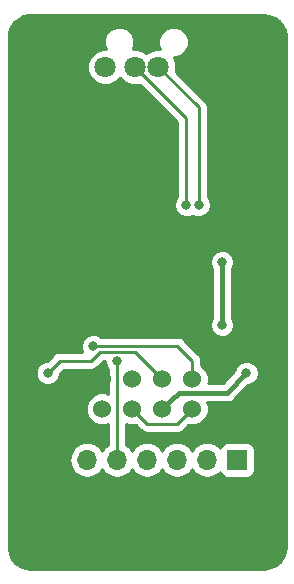
<source format=gbr>
G04 #@! TF.GenerationSoftware,KiCad,Pcbnew,(5.0.0)*
G04 #@! TF.CreationDate,2018-12-19T13:36:55-06:00*
G04 #@! TF.ProjectId,ESP-01_Flasher_Hardware,4553502D30315F466C61736865725F48,rev?*
G04 #@! TF.SameCoordinates,Original*
G04 #@! TF.FileFunction,Copper,L2,Bot,Signal*
G04 #@! TF.FilePolarity,Positive*
%FSLAX46Y46*%
G04 Gerber Fmt 4.6, Leading zero omitted, Abs format (unit mm)*
G04 Created by KiCad (PCBNEW (5.0.0)) date 12/19/18 13:36:55*
%MOMM*%
%LPD*%
G01*
G04 APERTURE LIST*
G04 #@! TA.AperFunction,ComponentPad*
%ADD10R,1.700000X1.700000*%
G04 #@! TD*
G04 #@! TA.AperFunction,ComponentPad*
%ADD11O,1.700000X1.700000*%
G04 #@! TD*
G04 #@! TA.AperFunction,ComponentPad*
%ADD12C,1.800000*%
G04 #@! TD*
G04 #@! TA.AperFunction,ComponentPad*
%ADD13O,2.000000X4.000000*%
G04 #@! TD*
G04 #@! TA.AperFunction,ComponentPad*
%ADD14C,1.524000*%
G04 #@! TD*
G04 #@! TA.AperFunction,ViaPad*
%ADD15C,0.800000*%
G04 #@! TD*
G04 #@! TA.AperFunction,Conductor*
%ADD16C,0.381000*%
G04 #@! TD*
G04 #@! TA.AperFunction,Conductor*
%ADD17C,0.254000*%
G04 #@! TD*
G04 APERTURE END LIST*
D10*
G04 #@! TO.P,J1,1*
G04 #@! TO.N,+5V*
X122936000Y-91694000D03*
D11*
G04 #@! TO.P,J1,2*
G04 #@! TO.N,+3V3*
X120396000Y-91694000D03*
G04 #@! TO.P,J1,3*
G04 #@! TO.N,FT_Rx*
X117856000Y-91694000D03*
G04 #@! TO.P,J1,4*
G04 #@! TO.N,FT_Tx*
X115316000Y-91694000D03*
G04 #@! TO.P,J1,5*
G04 #@! TO.N,RTS*
X112776000Y-91694000D03*
G04 #@! TO.P,J1,6*
G04 #@! TO.N,DTR*
X110236000Y-91694000D03*
G04 #@! TO.P,J1,7*
G04 #@! TO.N,GND*
X107696000Y-91694000D03*
G04 #@! TD*
D12*
G04 #@! TO.P,J2,4*
G04 #@! TO.N,GND*
X118760000Y-58420000D03*
G04 #@! TO.P,J2,3*
G04 #@! TO.N,D+*
X116260000Y-58420000D03*
G04 #@! TO.P,J2,1*
G04 #@! TO.N,+5V*
X111760000Y-58420000D03*
G04 #@! TO.P,J2,2*
G04 #@! TO.N,D-*
X114260000Y-58420000D03*
D13*
G04 #@! TO.P,J2,5*
G04 #@! TO.N,GND*
X109410000Y-56290000D03*
X121110000Y-56290000D03*
G04 #@! TD*
D14*
G04 #@! TO.P,U1,8*
G04 #@! TO.N,+3V3*
X119126000Y-87376000D03*
G04 #@! TO.P,U1,7*
G04 #@! TO.N,FT_Tx*
X119126000Y-84836000D03*
G04 #@! TO.P,U1,6*
G04 #@! TO.N,Rst*
X116586000Y-87376000D03*
G04 #@! TO.P,U1,5*
G04 #@! TO.N,Flash*
X116586000Y-84836000D03*
G04 #@! TO.P,U1,4*
G04 #@! TO.N,+3V3*
X114046000Y-87376000D03*
G04 #@! TO.P,U1,3*
G04 #@! TO.N,N/C*
X114046000Y-84836000D03*
G04 #@! TO.P,U1,2*
G04 #@! TO.N,FT_Rx*
X111506000Y-87376000D03*
G04 #@! TO.P,U1,1*
G04 #@! TO.N,GND*
X111506000Y-84836000D03*
G04 #@! TD*
D15*
G04 #@! TO.N,+3V3*
X121666000Y-74930000D03*
X121666000Y-80264000D03*
G04 #@! TO.N,GND*
X115570000Y-75438000D03*
X115570000Y-77470000D03*
X111506000Y-64516000D03*
X106426000Y-72136000D03*
X108966000Y-87376000D03*
G04 #@! TO.N,FT_Tx*
X110744000Y-82042000D03*
G04 #@! TO.N,RTS*
X112776000Y-83312000D03*
G04 #@! TO.N,D+*
X119668003Y-70104000D03*
G04 #@! TO.N,D-*
X118618000Y-70104000D03*
G04 #@! TO.N,Rst*
X123722000Y-84328000D03*
G04 #@! TO.N,Flash*
X106910000Y-84328000D03*
G04 #@! TD*
D16*
G04 #@! TO.N,+3V3*
X121666000Y-80264000D02*
X121666000Y-74930000D01*
D17*
X114807999Y-88137999D02*
X114046000Y-87376000D01*
X115316000Y-88646000D02*
X114807999Y-88137999D01*
X117856000Y-88646000D02*
X115316000Y-88646000D01*
X119126000Y-87376000D02*
X117856000Y-88646000D01*
G04 #@! TO.N,GND*
X115570000Y-75438000D02*
X115570000Y-77470000D01*
G04 #@! TO.N,FT_Tx*
X119126000Y-83312000D02*
X119126000Y-84836000D01*
X110744000Y-82042000D02*
X117856000Y-82042000D01*
X117856000Y-82042000D02*
X119126000Y-83312000D01*
G04 #@! TO.N,RTS*
X112776000Y-83312000D02*
X112776000Y-91694000D01*
G04 #@! TO.N,D+*
X119668003Y-61828003D02*
X116260000Y-58420000D01*
X119668003Y-70104000D02*
X119668003Y-61828003D01*
G04 #@! TO.N,D-*
X118618000Y-62778000D02*
X114260000Y-58420000D01*
X118618000Y-70104000D02*
X118618000Y-62778000D01*
D16*
G04 #@! TO.N,Rst*
X117347999Y-86614001D02*
X116586000Y-87376000D01*
X117973499Y-85988501D02*
X117347999Y-86614001D01*
X122061499Y-85988501D02*
X117973499Y-85988501D01*
X123722000Y-84328000D02*
X122061499Y-85988501D01*
D17*
G04 #@! TO.N,Flash*
X107926000Y-83312000D02*
X106910000Y-84328000D01*
X110549962Y-83312000D02*
X107926000Y-83312000D01*
X111311962Y-82550000D02*
X110549962Y-83312000D01*
X116586000Y-84836000D02*
X114300000Y-82550000D01*
X114300000Y-82550000D02*
X111311962Y-82550000D01*
G04 #@! TD*
G04 #@! TO.N,GND*
G36*
X125675698Y-54112958D02*
X126100893Y-54281305D01*
X126470858Y-54550101D01*
X126762356Y-54902462D01*
X126957067Y-55316244D01*
X127049093Y-55798662D01*
X127052000Y-55891164D01*
X127052001Y-99015326D01*
X126989042Y-99513699D01*
X126820697Y-99938889D01*
X126551899Y-100308859D01*
X126199541Y-100600355D01*
X125785756Y-100795067D01*
X125303339Y-100887093D01*
X125210836Y-100890000D01*
X105454667Y-100890000D01*
X104956301Y-100827042D01*
X104531111Y-100658697D01*
X104161141Y-100389899D01*
X103869645Y-100037541D01*
X103674933Y-99623756D01*
X103582907Y-99141339D01*
X103580000Y-99048836D01*
X103580000Y-84122126D01*
X105875000Y-84122126D01*
X105875000Y-84533874D01*
X106032569Y-84914280D01*
X106323720Y-85205431D01*
X106704126Y-85363000D01*
X107115874Y-85363000D01*
X107496280Y-85205431D01*
X107787431Y-84914280D01*
X107945000Y-84533874D01*
X107945000Y-84370630D01*
X108241631Y-84074000D01*
X110474919Y-84074000D01*
X110549962Y-84088927D01*
X110625005Y-84074000D01*
X110625010Y-84074000D01*
X110847279Y-84029788D01*
X111099333Y-83861371D01*
X111141845Y-83797747D01*
X111627593Y-83312000D01*
X111741000Y-83312000D01*
X111741000Y-83517874D01*
X111898569Y-83898280D01*
X112014000Y-84013711D01*
X112014000Y-86074318D01*
X111783881Y-85979000D01*
X111228119Y-85979000D01*
X110714663Y-86191680D01*
X110321680Y-86584663D01*
X110109000Y-87098119D01*
X110109000Y-87653881D01*
X110321680Y-88167337D01*
X110714663Y-88560320D01*
X111228119Y-88773000D01*
X111783881Y-88773000D01*
X112014001Y-88677682D01*
X112014001Y-90417158D01*
X111705375Y-90623375D01*
X111506000Y-90921761D01*
X111306625Y-90623375D01*
X110815418Y-90295161D01*
X110382256Y-90209000D01*
X110089744Y-90209000D01*
X109656582Y-90295161D01*
X109165375Y-90623375D01*
X108837161Y-91114582D01*
X108721908Y-91694000D01*
X108837161Y-92273418D01*
X109165375Y-92764625D01*
X109656582Y-93092839D01*
X110089744Y-93179000D01*
X110382256Y-93179000D01*
X110815418Y-93092839D01*
X111306625Y-92764625D01*
X111506000Y-92466239D01*
X111705375Y-92764625D01*
X112196582Y-93092839D01*
X112629744Y-93179000D01*
X112922256Y-93179000D01*
X113355418Y-93092839D01*
X113846625Y-92764625D01*
X114046000Y-92466239D01*
X114245375Y-92764625D01*
X114736582Y-93092839D01*
X115169744Y-93179000D01*
X115462256Y-93179000D01*
X115895418Y-93092839D01*
X116386625Y-92764625D01*
X116586000Y-92466239D01*
X116785375Y-92764625D01*
X117276582Y-93092839D01*
X117709744Y-93179000D01*
X118002256Y-93179000D01*
X118435418Y-93092839D01*
X118926625Y-92764625D01*
X119126000Y-92466239D01*
X119325375Y-92764625D01*
X119816582Y-93092839D01*
X120249744Y-93179000D01*
X120542256Y-93179000D01*
X120975418Y-93092839D01*
X121466625Y-92764625D01*
X121478816Y-92746381D01*
X121487843Y-92791765D01*
X121628191Y-93001809D01*
X121838235Y-93142157D01*
X122086000Y-93191440D01*
X123786000Y-93191440D01*
X124033765Y-93142157D01*
X124243809Y-93001809D01*
X124384157Y-92791765D01*
X124433440Y-92544000D01*
X124433440Y-90844000D01*
X124384157Y-90596235D01*
X124243809Y-90386191D01*
X124033765Y-90245843D01*
X123786000Y-90196560D01*
X122086000Y-90196560D01*
X121838235Y-90245843D01*
X121628191Y-90386191D01*
X121487843Y-90596235D01*
X121478816Y-90641619D01*
X121466625Y-90623375D01*
X120975418Y-90295161D01*
X120542256Y-90209000D01*
X120249744Y-90209000D01*
X119816582Y-90295161D01*
X119325375Y-90623375D01*
X119126000Y-90921761D01*
X118926625Y-90623375D01*
X118435418Y-90295161D01*
X118002256Y-90209000D01*
X117709744Y-90209000D01*
X117276582Y-90295161D01*
X116785375Y-90623375D01*
X116586000Y-90921761D01*
X116386625Y-90623375D01*
X115895418Y-90295161D01*
X115462256Y-90209000D01*
X115169744Y-90209000D01*
X114736582Y-90295161D01*
X114245375Y-90623375D01*
X114046000Y-90921761D01*
X113846625Y-90623375D01*
X113538000Y-90417158D01*
X113538000Y-88677682D01*
X113768119Y-88773000D01*
X114323881Y-88773000D01*
X114353218Y-88760848D01*
X114724118Y-89131749D01*
X114766629Y-89195371D01*
X115018683Y-89363788D01*
X115240952Y-89408000D01*
X115240957Y-89408000D01*
X115316000Y-89422927D01*
X115391043Y-89408000D01*
X117780957Y-89408000D01*
X117856000Y-89422927D01*
X117931043Y-89408000D01*
X117931048Y-89408000D01*
X118153317Y-89363788D01*
X118405371Y-89195371D01*
X118447883Y-89131747D01*
X118818782Y-88760848D01*
X118848119Y-88773000D01*
X119403881Y-88773000D01*
X119917337Y-88560320D01*
X120310320Y-88167337D01*
X120523000Y-87653881D01*
X120523000Y-87098119D01*
X120405315Y-86814001D01*
X121980198Y-86814001D01*
X122061499Y-86830173D01*
X122142800Y-86814001D01*
X122142802Y-86814001D01*
X122383593Y-86766105D01*
X122656651Y-86583653D01*
X122702708Y-86514724D01*
X123854433Y-85363000D01*
X123927874Y-85363000D01*
X124308280Y-85205431D01*
X124599431Y-84914280D01*
X124757000Y-84533874D01*
X124757000Y-84122126D01*
X124599431Y-83741720D01*
X124308280Y-83450569D01*
X123927874Y-83293000D01*
X123516126Y-83293000D01*
X123135720Y-83450569D01*
X122844569Y-83741720D01*
X122687000Y-84122126D01*
X122687000Y-84195567D01*
X121719567Y-85163001D01*
X120502654Y-85163001D01*
X120523000Y-85113881D01*
X120523000Y-84558119D01*
X120310320Y-84044663D01*
X119917337Y-83651680D01*
X119888000Y-83639528D01*
X119888000Y-83387042D01*
X119902927Y-83311999D01*
X119888000Y-83236956D01*
X119888000Y-83236952D01*
X119843788Y-83014683D01*
X119731959Y-82847318D01*
X119717882Y-82826251D01*
X119675371Y-82762629D01*
X119611749Y-82720118D01*
X118447883Y-81556253D01*
X118405371Y-81492629D01*
X118153317Y-81324212D01*
X117931048Y-81280000D01*
X117931043Y-81280000D01*
X117856000Y-81265073D01*
X117780957Y-81280000D01*
X111445711Y-81280000D01*
X111330280Y-81164569D01*
X110949874Y-81007000D01*
X110538126Y-81007000D01*
X110157720Y-81164569D01*
X109866569Y-81455720D01*
X109709000Y-81836126D01*
X109709000Y-82247874D01*
X109834144Y-82550000D01*
X108001043Y-82550000D01*
X107926000Y-82535073D01*
X107850957Y-82550000D01*
X107850952Y-82550000D01*
X107628683Y-82594212D01*
X107376629Y-82762629D01*
X107334118Y-82826251D01*
X106867370Y-83293000D01*
X106704126Y-83293000D01*
X106323720Y-83450569D01*
X106032569Y-83741720D01*
X105875000Y-84122126D01*
X103580000Y-84122126D01*
X103580000Y-74724126D01*
X120631000Y-74724126D01*
X120631000Y-75135874D01*
X120788569Y-75516280D01*
X120840501Y-75568212D01*
X120840500Y-79625789D01*
X120788569Y-79677720D01*
X120631000Y-80058126D01*
X120631000Y-80469874D01*
X120788569Y-80850280D01*
X121079720Y-81141431D01*
X121460126Y-81299000D01*
X121871874Y-81299000D01*
X122252280Y-81141431D01*
X122543431Y-80850280D01*
X122701000Y-80469874D01*
X122701000Y-80058126D01*
X122543431Y-79677720D01*
X122491500Y-79625789D01*
X122491500Y-75568211D01*
X122543431Y-75516280D01*
X122701000Y-75135874D01*
X122701000Y-74724126D01*
X122543431Y-74343720D01*
X122252280Y-74052569D01*
X121871874Y-73895000D01*
X121460126Y-73895000D01*
X121079720Y-74052569D01*
X120788569Y-74343720D01*
X120631000Y-74724126D01*
X103580000Y-74724126D01*
X103580000Y-58114670D01*
X110225000Y-58114670D01*
X110225000Y-58725330D01*
X110458690Y-59289507D01*
X110890493Y-59721310D01*
X111454670Y-59955000D01*
X112065330Y-59955000D01*
X112629507Y-59721310D01*
X113010000Y-59340817D01*
X113390493Y-59721310D01*
X113954670Y-59955000D01*
X114565330Y-59955000D01*
X114672838Y-59910469D01*
X117856001Y-63093632D01*
X117856000Y-69402289D01*
X117740569Y-69517720D01*
X117583000Y-69898126D01*
X117583000Y-70309874D01*
X117740569Y-70690280D01*
X118031720Y-70981431D01*
X118412126Y-71139000D01*
X118823874Y-71139000D01*
X119143002Y-71006813D01*
X119462129Y-71139000D01*
X119873877Y-71139000D01*
X120254283Y-70981431D01*
X120545434Y-70690280D01*
X120703003Y-70309874D01*
X120703003Y-69898126D01*
X120545434Y-69517720D01*
X120430003Y-69402289D01*
X120430003Y-61903045D01*
X120444930Y-61828002D01*
X120430003Y-61752959D01*
X120430003Y-61752955D01*
X120385791Y-61530686D01*
X120217374Y-61278632D01*
X120153752Y-61236121D01*
X117750469Y-58832838D01*
X117795000Y-58725330D01*
X117795000Y-58114670D01*
X117571461Y-57575000D01*
X117815602Y-57575000D01*
X118287894Y-57379371D01*
X118649371Y-57017894D01*
X118845000Y-56545602D01*
X118845000Y-56034398D01*
X118649371Y-55562106D01*
X118287894Y-55200629D01*
X117815602Y-55005000D01*
X117304398Y-55005000D01*
X116832106Y-55200629D01*
X116470629Y-55562106D01*
X116275000Y-56034398D01*
X116275000Y-56545602D01*
X116415583Y-56885000D01*
X115954670Y-56885000D01*
X115390493Y-57118690D01*
X115260000Y-57249183D01*
X115129507Y-57118690D01*
X114565330Y-56885000D01*
X114104417Y-56885000D01*
X114245000Y-56545602D01*
X114245000Y-56034398D01*
X114049371Y-55562106D01*
X113687894Y-55200629D01*
X113215602Y-55005000D01*
X112704398Y-55005000D01*
X112232106Y-55200629D01*
X111870629Y-55562106D01*
X111675000Y-56034398D01*
X111675000Y-56545602D01*
X111815583Y-56885000D01*
X111454670Y-56885000D01*
X110890493Y-57118690D01*
X110458690Y-57550493D01*
X110225000Y-58114670D01*
X103580000Y-58114670D01*
X103580000Y-55924666D01*
X103642958Y-55426302D01*
X103811305Y-55001107D01*
X104080101Y-54631142D01*
X104432462Y-54339644D01*
X104846244Y-54144933D01*
X105328662Y-54052907D01*
X105421164Y-54050000D01*
X125177334Y-54050000D01*
X125675698Y-54112958D01*
X125675698Y-54112958D01*
G37*
X125675698Y-54112958D02*
X126100893Y-54281305D01*
X126470858Y-54550101D01*
X126762356Y-54902462D01*
X126957067Y-55316244D01*
X127049093Y-55798662D01*
X127052000Y-55891164D01*
X127052001Y-99015326D01*
X126989042Y-99513699D01*
X126820697Y-99938889D01*
X126551899Y-100308859D01*
X126199541Y-100600355D01*
X125785756Y-100795067D01*
X125303339Y-100887093D01*
X125210836Y-100890000D01*
X105454667Y-100890000D01*
X104956301Y-100827042D01*
X104531111Y-100658697D01*
X104161141Y-100389899D01*
X103869645Y-100037541D01*
X103674933Y-99623756D01*
X103582907Y-99141339D01*
X103580000Y-99048836D01*
X103580000Y-84122126D01*
X105875000Y-84122126D01*
X105875000Y-84533874D01*
X106032569Y-84914280D01*
X106323720Y-85205431D01*
X106704126Y-85363000D01*
X107115874Y-85363000D01*
X107496280Y-85205431D01*
X107787431Y-84914280D01*
X107945000Y-84533874D01*
X107945000Y-84370630D01*
X108241631Y-84074000D01*
X110474919Y-84074000D01*
X110549962Y-84088927D01*
X110625005Y-84074000D01*
X110625010Y-84074000D01*
X110847279Y-84029788D01*
X111099333Y-83861371D01*
X111141845Y-83797747D01*
X111627593Y-83312000D01*
X111741000Y-83312000D01*
X111741000Y-83517874D01*
X111898569Y-83898280D01*
X112014000Y-84013711D01*
X112014000Y-86074318D01*
X111783881Y-85979000D01*
X111228119Y-85979000D01*
X110714663Y-86191680D01*
X110321680Y-86584663D01*
X110109000Y-87098119D01*
X110109000Y-87653881D01*
X110321680Y-88167337D01*
X110714663Y-88560320D01*
X111228119Y-88773000D01*
X111783881Y-88773000D01*
X112014001Y-88677682D01*
X112014001Y-90417158D01*
X111705375Y-90623375D01*
X111506000Y-90921761D01*
X111306625Y-90623375D01*
X110815418Y-90295161D01*
X110382256Y-90209000D01*
X110089744Y-90209000D01*
X109656582Y-90295161D01*
X109165375Y-90623375D01*
X108837161Y-91114582D01*
X108721908Y-91694000D01*
X108837161Y-92273418D01*
X109165375Y-92764625D01*
X109656582Y-93092839D01*
X110089744Y-93179000D01*
X110382256Y-93179000D01*
X110815418Y-93092839D01*
X111306625Y-92764625D01*
X111506000Y-92466239D01*
X111705375Y-92764625D01*
X112196582Y-93092839D01*
X112629744Y-93179000D01*
X112922256Y-93179000D01*
X113355418Y-93092839D01*
X113846625Y-92764625D01*
X114046000Y-92466239D01*
X114245375Y-92764625D01*
X114736582Y-93092839D01*
X115169744Y-93179000D01*
X115462256Y-93179000D01*
X115895418Y-93092839D01*
X116386625Y-92764625D01*
X116586000Y-92466239D01*
X116785375Y-92764625D01*
X117276582Y-93092839D01*
X117709744Y-93179000D01*
X118002256Y-93179000D01*
X118435418Y-93092839D01*
X118926625Y-92764625D01*
X119126000Y-92466239D01*
X119325375Y-92764625D01*
X119816582Y-93092839D01*
X120249744Y-93179000D01*
X120542256Y-93179000D01*
X120975418Y-93092839D01*
X121466625Y-92764625D01*
X121478816Y-92746381D01*
X121487843Y-92791765D01*
X121628191Y-93001809D01*
X121838235Y-93142157D01*
X122086000Y-93191440D01*
X123786000Y-93191440D01*
X124033765Y-93142157D01*
X124243809Y-93001809D01*
X124384157Y-92791765D01*
X124433440Y-92544000D01*
X124433440Y-90844000D01*
X124384157Y-90596235D01*
X124243809Y-90386191D01*
X124033765Y-90245843D01*
X123786000Y-90196560D01*
X122086000Y-90196560D01*
X121838235Y-90245843D01*
X121628191Y-90386191D01*
X121487843Y-90596235D01*
X121478816Y-90641619D01*
X121466625Y-90623375D01*
X120975418Y-90295161D01*
X120542256Y-90209000D01*
X120249744Y-90209000D01*
X119816582Y-90295161D01*
X119325375Y-90623375D01*
X119126000Y-90921761D01*
X118926625Y-90623375D01*
X118435418Y-90295161D01*
X118002256Y-90209000D01*
X117709744Y-90209000D01*
X117276582Y-90295161D01*
X116785375Y-90623375D01*
X116586000Y-90921761D01*
X116386625Y-90623375D01*
X115895418Y-90295161D01*
X115462256Y-90209000D01*
X115169744Y-90209000D01*
X114736582Y-90295161D01*
X114245375Y-90623375D01*
X114046000Y-90921761D01*
X113846625Y-90623375D01*
X113538000Y-90417158D01*
X113538000Y-88677682D01*
X113768119Y-88773000D01*
X114323881Y-88773000D01*
X114353218Y-88760848D01*
X114724118Y-89131749D01*
X114766629Y-89195371D01*
X115018683Y-89363788D01*
X115240952Y-89408000D01*
X115240957Y-89408000D01*
X115316000Y-89422927D01*
X115391043Y-89408000D01*
X117780957Y-89408000D01*
X117856000Y-89422927D01*
X117931043Y-89408000D01*
X117931048Y-89408000D01*
X118153317Y-89363788D01*
X118405371Y-89195371D01*
X118447883Y-89131747D01*
X118818782Y-88760848D01*
X118848119Y-88773000D01*
X119403881Y-88773000D01*
X119917337Y-88560320D01*
X120310320Y-88167337D01*
X120523000Y-87653881D01*
X120523000Y-87098119D01*
X120405315Y-86814001D01*
X121980198Y-86814001D01*
X122061499Y-86830173D01*
X122142800Y-86814001D01*
X122142802Y-86814001D01*
X122383593Y-86766105D01*
X122656651Y-86583653D01*
X122702708Y-86514724D01*
X123854433Y-85363000D01*
X123927874Y-85363000D01*
X124308280Y-85205431D01*
X124599431Y-84914280D01*
X124757000Y-84533874D01*
X124757000Y-84122126D01*
X124599431Y-83741720D01*
X124308280Y-83450569D01*
X123927874Y-83293000D01*
X123516126Y-83293000D01*
X123135720Y-83450569D01*
X122844569Y-83741720D01*
X122687000Y-84122126D01*
X122687000Y-84195567D01*
X121719567Y-85163001D01*
X120502654Y-85163001D01*
X120523000Y-85113881D01*
X120523000Y-84558119D01*
X120310320Y-84044663D01*
X119917337Y-83651680D01*
X119888000Y-83639528D01*
X119888000Y-83387042D01*
X119902927Y-83311999D01*
X119888000Y-83236956D01*
X119888000Y-83236952D01*
X119843788Y-83014683D01*
X119731959Y-82847318D01*
X119717882Y-82826251D01*
X119675371Y-82762629D01*
X119611749Y-82720118D01*
X118447883Y-81556253D01*
X118405371Y-81492629D01*
X118153317Y-81324212D01*
X117931048Y-81280000D01*
X117931043Y-81280000D01*
X117856000Y-81265073D01*
X117780957Y-81280000D01*
X111445711Y-81280000D01*
X111330280Y-81164569D01*
X110949874Y-81007000D01*
X110538126Y-81007000D01*
X110157720Y-81164569D01*
X109866569Y-81455720D01*
X109709000Y-81836126D01*
X109709000Y-82247874D01*
X109834144Y-82550000D01*
X108001043Y-82550000D01*
X107926000Y-82535073D01*
X107850957Y-82550000D01*
X107850952Y-82550000D01*
X107628683Y-82594212D01*
X107376629Y-82762629D01*
X107334118Y-82826251D01*
X106867370Y-83293000D01*
X106704126Y-83293000D01*
X106323720Y-83450569D01*
X106032569Y-83741720D01*
X105875000Y-84122126D01*
X103580000Y-84122126D01*
X103580000Y-74724126D01*
X120631000Y-74724126D01*
X120631000Y-75135874D01*
X120788569Y-75516280D01*
X120840501Y-75568212D01*
X120840500Y-79625789D01*
X120788569Y-79677720D01*
X120631000Y-80058126D01*
X120631000Y-80469874D01*
X120788569Y-80850280D01*
X121079720Y-81141431D01*
X121460126Y-81299000D01*
X121871874Y-81299000D01*
X122252280Y-81141431D01*
X122543431Y-80850280D01*
X122701000Y-80469874D01*
X122701000Y-80058126D01*
X122543431Y-79677720D01*
X122491500Y-79625789D01*
X122491500Y-75568211D01*
X122543431Y-75516280D01*
X122701000Y-75135874D01*
X122701000Y-74724126D01*
X122543431Y-74343720D01*
X122252280Y-74052569D01*
X121871874Y-73895000D01*
X121460126Y-73895000D01*
X121079720Y-74052569D01*
X120788569Y-74343720D01*
X120631000Y-74724126D01*
X103580000Y-74724126D01*
X103580000Y-58114670D01*
X110225000Y-58114670D01*
X110225000Y-58725330D01*
X110458690Y-59289507D01*
X110890493Y-59721310D01*
X111454670Y-59955000D01*
X112065330Y-59955000D01*
X112629507Y-59721310D01*
X113010000Y-59340817D01*
X113390493Y-59721310D01*
X113954670Y-59955000D01*
X114565330Y-59955000D01*
X114672838Y-59910469D01*
X117856001Y-63093632D01*
X117856000Y-69402289D01*
X117740569Y-69517720D01*
X117583000Y-69898126D01*
X117583000Y-70309874D01*
X117740569Y-70690280D01*
X118031720Y-70981431D01*
X118412126Y-71139000D01*
X118823874Y-71139000D01*
X119143002Y-71006813D01*
X119462129Y-71139000D01*
X119873877Y-71139000D01*
X120254283Y-70981431D01*
X120545434Y-70690280D01*
X120703003Y-70309874D01*
X120703003Y-69898126D01*
X120545434Y-69517720D01*
X120430003Y-69402289D01*
X120430003Y-61903045D01*
X120444930Y-61828002D01*
X120430003Y-61752959D01*
X120430003Y-61752955D01*
X120385791Y-61530686D01*
X120217374Y-61278632D01*
X120153752Y-61236121D01*
X117750469Y-58832838D01*
X117795000Y-58725330D01*
X117795000Y-58114670D01*
X117571461Y-57575000D01*
X117815602Y-57575000D01*
X118287894Y-57379371D01*
X118649371Y-57017894D01*
X118845000Y-56545602D01*
X118845000Y-56034398D01*
X118649371Y-55562106D01*
X118287894Y-55200629D01*
X117815602Y-55005000D01*
X117304398Y-55005000D01*
X116832106Y-55200629D01*
X116470629Y-55562106D01*
X116275000Y-56034398D01*
X116275000Y-56545602D01*
X116415583Y-56885000D01*
X115954670Y-56885000D01*
X115390493Y-57118690D01*
X115260000Y-57249183D01*
X115129507Y-57118690D01*
X114565330Y-56885000D01*
X114104417Y-56885000D01*
X114245000Y-56545602D01*
X114245000Y-56034398D01*
X114049371Y-55562106D01*
X113687894Y-55200629D01*
X113215602Y-55005000D01*
X112704398Y-55005000D01*
X112232106Y-55200629D01*
X111870629Y-55562106D01*
X111675000Y-56034398D01*
X111675000Y-56545602D01*
X111815583Y-56885000D01*
X111454670Y-56885000D01*
X110890493Y-57118690D01*
X110458690Y-57550493D01*
X110225000Y-58114670D01*
X103580000Y-58114670D01*
X103580000Y-55924666D01*
X103642958Y-55426302D01*
X103811305Y-55001107D01*
X104080101Y-54631142D01*
X104432462Y-54339644D01*
X104846244Y-54144933D01*
X105328662Y-54052907D01*
X105421164Y-54050000D01*
X125177334Y-54050000D01*
X125675698Y-54112958D01*
G04 #@! TD*
M02*

</source>
